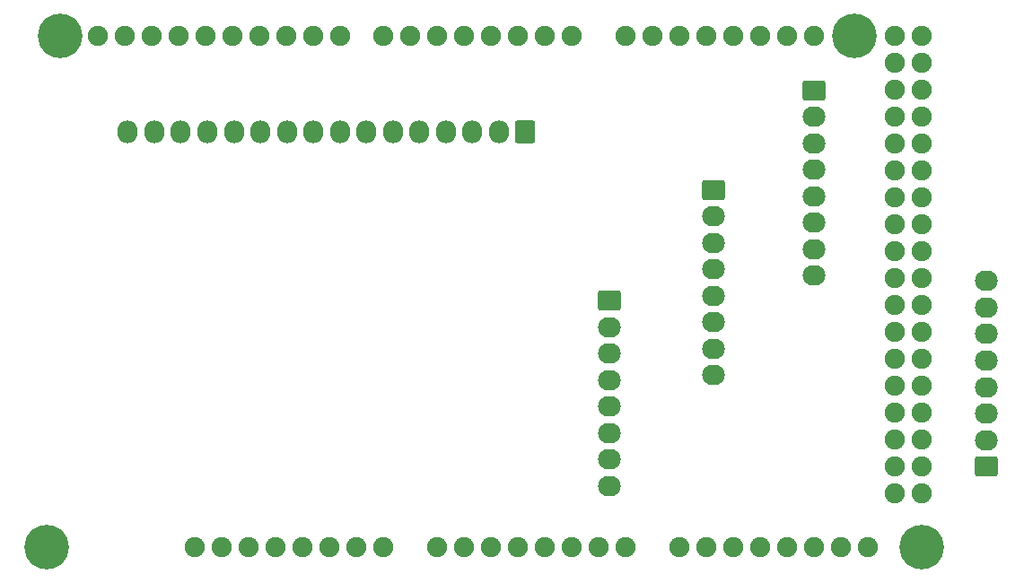
<source format=gbr>
%TF.GenerationSoftware,Altium Limited,Altium Designer,21.3.2 (30)*%
G04 Layer_Color=16711935*
%FSLAX45Y45*%
%MOMM*%
%TF.SameCoordinates,699C74A5-B4CE-432A-A201-728FBB0A9CBA*%
%TF.FilePolarity,Negative*%
%TF.FileFunction,Soldermask,Bot*%
%TF.Part,Single*%
G01*
G75*
%TA.AperFunction,ComponentPad*%
%ADD17C,1.90320*%
%ADD18C,4.20320*%
G04:AMPARAMS|DCode=19|XSize=1.9032mm|YSize=2.1532mm|CornerRadius=0.9516mm|HoleSize=0mm|Usage=FLASHONLY|Rotation=90.000|XOffset=0mm|YOffset=0mm|HoleType=Round|Shape=RoundedRectangle|*
%AMROUNDEDRECTD19*
21,1,1.90320,0.25000,0,0,90.0*
21,1,0.00000,2.15320,0,0,90.0*
1,1,1.90320,0.12500,0.00000*
1,1,1.90320,0.12500,0.00000*
1,1,1.90320,-0.12500,0.00000*
1,1,1.90320,-0.12500,0.00000*
%
%ADD19ROUNDEDRECTD19*%
G04:AMPARAMS|DCode=20|XSize=1.9032mm|YSize=2.1532mm|CornerRadius=0.2291mm|HoleSize=0mm|Usage=FLASHONLY|Rotation=90.000|XOffset=0mm|YOffset=0mm|HoleType=Round|Shape=RoundedRectangle|*
%AMROUNDEDRECTD20*
21,1,1.90320,1.69500,0,0,90.0*
21,1,1.44500,2.15320,0,0,90.0*
1,1,0.45820,0.84750,0.72250*
1,1,0.45820,0.84750,-0.72250*
1,1,0.45820,-0.84750,-0.72250*
1,1,0.45820,-0.84750,0.72250*
%
%ADD20ROUNDEDRECTD20*%
G04:AMPARAMS|DCode=21|XSize=1.9032mm|YSize=2.1532mm|CornerRadius=0.2291mm|HoleSize=0mm|Usage=FLASHONLY|Rotation=180.000|XOffset=0mm|YOffset=0mm|HoleType=Round|Shape=RoundedRectangle|*
%AMROUNDEDRECTD21*
21,1,1.90320,1.69500,0,0,180.0*
21,1,1.44500,2.15320,0,0,180.0*
1,1,0.45820,-0.72250,0.84750*
1,1,0.45820,0.72250,0.84750*
1,1,0.45820,0.72250,-0.84750*
1,1,0.45820,-0.72250,-0.84750*
%
%ADD21ROUNDEDRECTD21*%
G04:AMPARAMS|DCode=22|XSize=1.9032mm|YSize=2.1532mm|CornerRadius=0.9516mm|HoleSize=0mm|Usage=FLASHONLY|Rotation=180.000|XOffset=0mm|YOffset=0mm|HoleType=Round|Shape=RoundedRectangle|*
%AMROUNDEDRECTD22*
21,1,1.90320,0.25000,0,0,180.0*
21,1,0.00000,2.15320,0,0,180.0*
1,1,1.90320,0.00000,0.12500*
1,1,1.90320,0.00000,0.12500*
1,1,1.90320,0.00000,-0.12500*
1,1,1.90320,0.00000,-0.12500*
%
%ADD22ROUNDEDRECTD22*%
D17*
X3151700Y411500D02*
D03*
X3659700D02*
D03*
X3913700D02*
D03*
X4167700D02*
D03*
X4421700D02*
D03*
X4675700D02*
D03*
X4929700D02*
D03*
X5437700D02*
D03*
X5691700D02*
D03*
X5945700D02*
D03*
X6199700D02*
D03*
X6453700D02*
D03*
X6707700D02*
D03*
X6961700D02*
D03*
X7215700D02*
D03*
X8485700D02*
D03*
X3405700D02*
D03*
X7723700D02*
D03*
X7977700D02*
D03*
X8231700D02*
D03*
X8739700D02*
D03*
X8993700D02*
D03*
X9247700D02*
D03*
X9501700D02*
D03*
X9755700Y5237500D02*
D03*
X10009700D02*
D03*
X9755700Y4983500D02*
D03*
X10009700D02*
D03*
X9755700Y4729500D02*
D03*
X10009700D02*
D03*
X9755700Y4475500D02*
D03*
X10009700D02*
D03*
X9755700Y4221500D02*
D03*
X10009700D02*
D03*
X9755700Y3967500D02*
D03*
X10009700D02*
D03*
X9755700Y3713500D02*
D03*
X10009700D02*
D03*
X9755700Y3459500D02*
D03*
X10009700D02*
D03*
X9755700Y3205500D02*
D03*
X10009700D02*
D03*
X9755700Y2951500D02*
D03*
X10009700D02*
D03*
X9755700Y2697500D02*
D03*
X10009700D02*
D03*
X9755700Y2443500D02*
D03*
X10009700D02*
D03*
X9755700Y2189500D02*
D03*
X10009700D02*
D03*
X9755700Y1935500D02*
D03*
X10009700D02*
D03*
X9755700Y1681500D02*
D03*
X10009700D02*
D03*
X9755700Y1427500D02*
D03*
X10009700D02*
D03*
X9755700Y1173500D02*
D03*
Y919500D02*
D03*
X10009700D02*
D03*
X8993700Y5237500D02*
D03*
X8739700D02*
D03*
X8485700D02*
D03*
X8231700D02*
D03*
X7977700D02*
D03*
X7723700D02*
D03*
X7469700D02*
D03*
X7215700D02*
D03*
X6707700D02*
D03*
X6453700D02*
D03*
X6199700D02*
D03*
X5945700D02*
D03*
X5691700D02*
D03*
X5437700D02*
D03*
X5183700D02*
D03*
X4929700D02*
D03*
X4523300D02*
D03*
X4269300D02*
D03*
X4015300D02*
D03*
X3761300D02*
D03*
X3507300D02*
D03*
X3253300D02*
D03*
X2999300D02*
D03*
X2745300D02*
D03*
X2491300D02*
D03*
X2237300D02*
D03*
X10009700Y1173500D02*
D03*
D18*
Y411500D02*
D03*
X9374700Y5237500D02*
D03*
X1881700D02*
D03*
X1754700Y411500D02*
D03*
D19*
X10620000Y2920000D02*
D03*
Y2670000D02*
D03*
Y2420000D02*
D03*
Y2170000D02*
D03*
Y1920000D02*
D03*
Y1670000D02*
D03*
Y1420000D02*
D03*
X7063300Y986300D02*
D03*
Y1236300D02*
D03*
Y1486300D02*
D03*
Y1736300D02*
D03*
Y1986300D02*
D03*
Y2236300D02*
D03*
Y2486300D02*
D03*
X8041200Y2031700D02*
D03*
Y2281700D02*
D03*
Y2531700D02*
D03*
Y2781700D02*
D03*
Y3031700D02*
D03*
Y3281700D02*
D03*
Y3531700D02*
D03*
X8990000Y2970000D02*
D03*
Y3220000D02*
D03*
Y3470000D02*
D03*
Y3720000D02*
D03*
Y3970000D02*
D03*
Y4220000D02*
D03*
Y4470000D02*
D03*
D20*
X10620000Y1170000D02*
D03*
X7063300Y2736300D02*
D03*
X8041200Y3781700D02*
D03*
X8990000Y4720000D02*
D03*
D21*
X6270000Y4330000D02*
D03*
D22*
X6020000D02*
D03*
X5770000D02*
D03*
X5520000D02*
D03*
X5270000D02*
D03*
X5020000D02*
D03*
X4770000D02*
D03*
X4520000D02*
D03*
X4270000D02*
D03*
X4020000D02*
D03*
X3770000D02*
D03*
X3520000D02*
D03*
X3270000D02*
D03*
X3020000D02*
D03*
X2770000D02*
D03*
X2520000D02*
D03*
%TF.MD5,014d05bd56fa0adedb69251c58e1a85b*%
M02*

</source>
